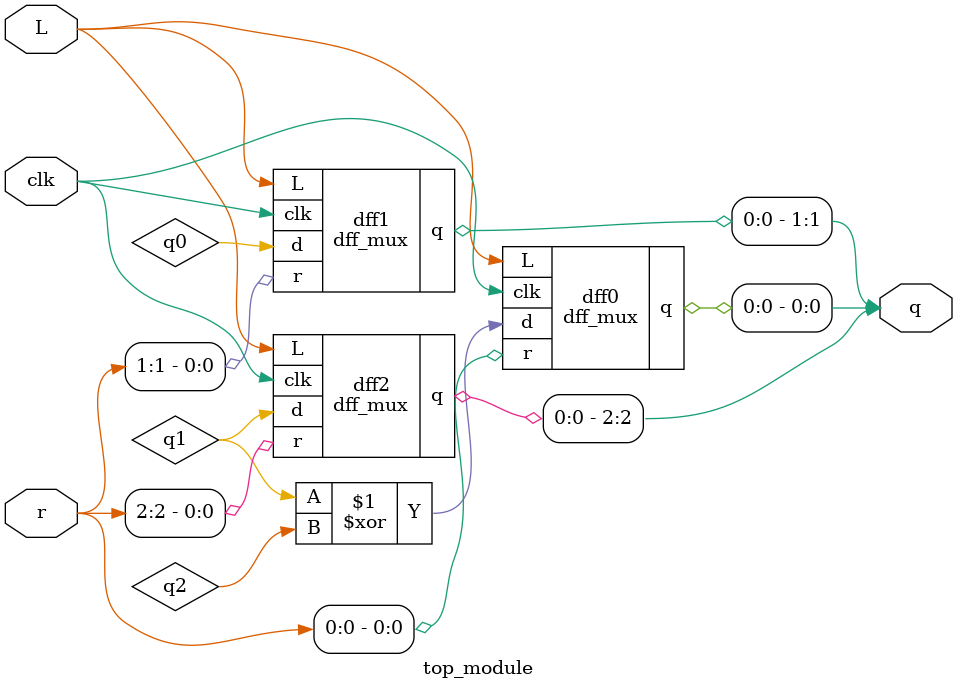
<source format=sv>
module dff_mux(
    input clk,
    input L,
    input d,
    input r,
    output reg q
);

always @(posedge clk) begin
    if (L) begin
        q <= r;
    end else begin
        q <= d;
    end
end

endmodule
module top_module(
    input clk,
    input L,
    input [2:0] r,
    output [2:0] q
);

wire q0, q1, q2;

// First instance
dff_mux dff0(
    .clk(clk),
    .L(L),
    .d(q1 ^ q2),
    .r(r[0]),
    .q(q[0])
);

// Second instance
dff_mux dff1(
    .clk(clk),
    .L(L),
    .d(q0),
    .r(r[1]),
    .q(q[1])
);

// Third instance
dff_mux dff2(
    .clk(clk),
    .L(L),
    .d(q1),
    .r(r[2]),
    .q(q[2])
);

endmodule

</source>
